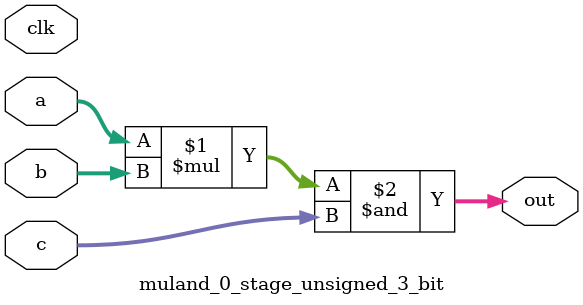
<source format=sv>
(* use_dsp = "yes" *) module muland_0_stage_unsigned_3_bit(
	input  [2:0] a,
	input  [2:0] b,
	input  [2:0] c,
	output [2:0] out,
	input clk);

	assign out = (a * b) & c;
endmodule

</source>
